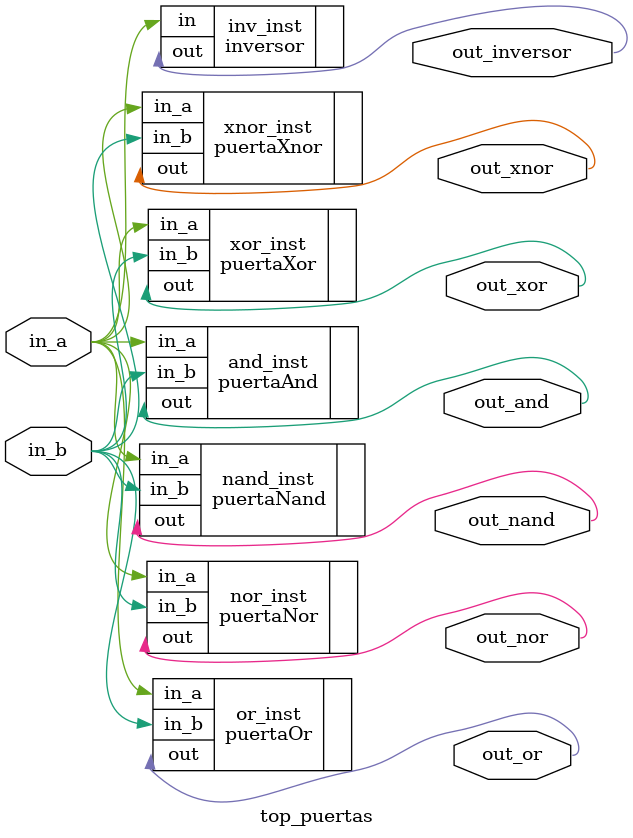
<source format=v>

module top_puertas (
    input wire in_a,         // Entrada lógica A
    input wire in_b,         // Entrada lógica B

    output wire out_inversor, // Salida de la puerta inversora (NOT)
    output wire out_and,      // Salida de la puerta AND
    output wire out_or,       // Salida de la puerta OR
    output wire out_nand,     // Salida de la puerta NAND
    output wire out_nor,      // Salida de la puerta NOR
    output wire out_xor,      // Salida de la puerta XOR
    output wire out_xnor      // Salida de la puerta XNOR
);

// Instancia del módulo inversor
// Solo usa la entrada A para generar la salida negada
inversor inv_inst(
    .in(in_a),              // Entrada conectada a in_a
    .out(out_inversor)      // Salida conectada a out_inversor
);

// Instancia del módulo AND
puertaAnd and_inst (
    .in_a(in_a),            // Entrada A
    .in_b(in_b),            // Entrada B
    .out(out_and)           // Salida del AND
);

// Instancia del módulo OR
puertaOr or_inst (
    .in_a(in_a),
    .in_b(in_b),
    .out(out_or)
);

// Instancia del módulo NAND
puertaNand nand_inst (
    .in_a(in_a),
    .in_b(in_b),
    .out(out_nand)
);

// Instancia del módulo NOR
puertaNor nor_inst (
    .in_a(in_a),
    .in_b(in_b),
    .out(out_nor)
);

// Instancia del módulo XOR
puertaXor xor_inst (
    .in_a(in_a),
    .in_b(in_b),
    .out(out_xor)
);

// Instancia del módulo XNOR
puertaXnor xnor_inst (
    .in_a(in_a),
    .in_b(in_b),
    .out(out_xnor)
);

endmodule

</source>
